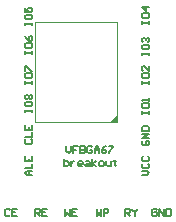
<source format=gto>
%FSLAX25Y25*%
%MOIN*%
G70*
G01*
G75*
%ADD19C,0.00197*%
%ADD20C,0.00591*%
G36*
X638555Y193842D02*
X636276D01*
X638555Y196122D01*
Y193842D01*
D02*
G37*
D19*
X610996D02*
X638555D01*
X610996Y227307D02*
X638555D01*
Y193842D02*
Y227307D01*
X610996Y193842D02*
Y227307D01*
X638555Y196122D02*
Y196575D01*
X636276Y193842D02*
X638555Y196122D01*
D20*
X621478Y185803D02*
Y184229D01*
X622265Y183442D01*
X623052Y184229D01*
Y185803D01*
X625413D02*
X623839D01*
Y184622D01*
X624626D01*
X623839D01*
Y183442D01*
X626201Y185803D02*
Y183442D01*
X627381D01*
X627775Y183835D01*
Y184229D01*
X627381Y184622D01*
X626201D01*
X627381D01*
X627775Y185016D01*
Y185409D01*
X627381Y185803D01*
X626201D01*
X630136Y185409D02*
X629743Y185803D01*
X628956D01*
X628562Y185409D01*
Y183835D01*
X628956Y183442D01*
X629743D01*
X630136Y183835D01*
Y184622D01*
X629349D01*
X630923Y183442D02*
Y185016D01*
X631711Y185803D01*
X632498Y185016D01*
Y183442D01*
Y184622D01*
X630923D01*
X634859Y185803D02*
X634072Y185409D01*
X633285Y184622D01*
Y183835D01*
X633678Y183442D01*
X634466D01*
X634859Y183835D01*
Y184229D01*
X634466Y184622D01*
X633285D01*
X635646Y185803D02*
X637221D01*
Y185409D01*
X635646Y183835D01*
Y183442D01*
X620690Y181552D02*
Y179191D01*
X621871D01*
X622265Y179584D01*
Y179978D01*
Y180371D01*
X621871Y180765D01*
X620690D01*
X623052D02*
Y179191D01*
Y179978D01*
X623446Y180371D01*
X623839Y180765D01*
X624233D01*
X626594Y179191D02*
X625807D01*
X625413Y179584D01*
Y180371D01*
X625807Y180765D01*
X626594D01*
X626988Y180371D01*
Y179978D01*
X625413D01*
X628168Y180765D02*
X628956D01*
X629349Y180371D01*
Y179191D01*
X628168D01*
X627775Y179584D01*
X628168Y179978D01*
X629349D01*
X630136Y179191D02*
Y181552D01*
Y179978D02*
X631317Y180765D01*
X630136Y179978D02*
X631317Y179191D01*
X632891D02*
X633678D01*
X634072Y179584D01*
Y180371D01*
X633678Y180765D01*
X632891D01*
X632498Y180371D01*
Y179584D01*
X632891Y179191D01*
X634859Y180765D02*
Y179584D01*
X635253Y179191D01*
X636434D01*
Y180765D01*
X637614Y181158D02*
Y180765D01*
X637221D01*
X638008D01*
X637614D01*
Y179584D01*
X638008Y179191D01*
X651674Y164568D02*
X651281Y164961D01*
X650494D01*
X650100Y164568D01*
Y162994D01*
X650494Y162600D01*
X651281D01*
X651674Y162994D01*
Y163781D01*
X650887D01*
X652461Y162600D02*
Y164961D01*
X654036Y162600D01*
Y164961D01*
X654823D02*
Y162600D01*
X656004D01*
X656397Y162994D01*
Y164568D01*
X656004Y164961D01*
X654823D01*
X602674Y164568D02*
X602281Y164961D01*
X601494D01*
X601100Y164568D01*
Y162994D01*
X601494Y162600D01*
X602281D01*
X602674Y162994D01*
X605036Y164961D02*
X603461D01*
Y162600D01*
X605036D01*
X603461Y163781D02*
X604249D01*
X611100Y162600D02*
Y164961D01*
X612281D01*
X612674Y164568D01*
Y163781D01*
X612281Y163387D01*
X611100D01*
X611887D02*
X612674Y162600D01*
X615036Y164961D02*
X613461D01*
Y162600D01*
X615036D01*
X613461Y163781D02*
X614249D01*
X621100Y164961D02*
Y162600D01*
X621887Y163387D01*
X622674Y162600D01*
Y164961D01*
X625036D02*
X623461D01*
Y162600D01*
X625036D01*
X623461Y163781D02*
X624249D01*
X631600Y164961D02*
Y162600D01*
X632387Y163387D01*
X633174Y162600D01*
Y164961D01*
X633961Y162600D02*
Y164961D01*
X635142D01*
X635536Y164568D01*
Y163781D01*
X635142Y163387D01*
X633961D01*
X641100Y162600D02*
Y164961D01*
X642281D01*
X642674Y164568D01*
Y163781D01*
X642281Y163387D01*
X641100D01*
X641887D02*
X642674Y162600D01*
X643461Y164961D02*
Y164568D01*
X644249Y163781D01*
X645036Y164568D01*
Y164961D01*
X644249Y163781D02*
Y162600D01*
X646739Y176100D02*
X648313D01*
X649100Y176887D01*
X648313Y177674D01*
X646739D01*
X647132Y180036D02*
X646739Y179642D01*
Y178855D01*
X647132Y178461D01*
X648706D01*
X649100Y178855D01*
Y179642D01*
X648706Y180036D01*
X647132Y182397D02*
X646739Y182004D01*
Y181217D01*
X647132Y180823D01*
X648706D01*
X649100Y181217D01*
Y182004D01*
X648706Y182397D01*
X647132Y187674D02*
X646739Y187281D01*
Y186494D01*
X647132Y186100D01*
X648706D01*
X649100Y186494D01*
Y187281D01*
X648706Y187674D01*
X647919D01*
Y186887D01*
X649100Y188461D02*
X646739D01*
X649100Y190036D01*
X646739D01*
Y190823D02*
X649100D01*
Y192004D01*
X648706Y192397D01*
X647132D01*
X646739Y192004D01*
Y190823D01*
Y196600D02*
Y197387D01*
Y196994D01*
X649100D01*
Y196600D01*
Y197387D01*
X646739Y199749D02*
Y198961D01*
X647132Y198568D01*
X648706D01*
X649100Y198961D01*
Y199749D01*
X648706Y200142D01*
X647132D01*
X646739Y199749D01*
X649100Y200929D02*
Y201716D01*
Y201323D01*
X646739D01*
X647132Y200929D01*
X646739Y206600D02*
Y207387D01*
Y206994D01*
X649100D01*
Y206600D01*
Y207387D01*
X646739Y209749D02*
Y208961D01*
X647132Y208568D01*
X648706D01*
X649100Y208961D01*
Y209749D01*
X648706Y210142D01*
X647132D01*
X646739Y209749D01*
X649100Y212504D02*
Y210929D01*
X647526Y212504D01*
X647132D01*
X646739Y212110D01*
Y211323D01*
X647132Y210929D01*
X646739Y216100D02*
Y216887D01*
Y216494D01*
X649100D01*
Y216100D01*
Y216887D01*
X646739Y219249D02*
Y218461D01*
X647132Y218068D01*
X648706D01*
X649100Y218461D01*
Y219249D01*
X648706Y219642D01*
X647132D01*
X646739Y219249D01*
X647132Y220429D02*
X646739Y220823D01*
Y221610D01*
X647132Y222004D01*
X647526D01*
X647919Y221610D01*
Y221216D01*
Y221610D01*
X648313Y222004D01*
X648706D01*
X649100Y221610D01*
Y220823D01*
X648706Y220429D01*
X646739Y226600D02*
Y227387D01*
Y226994D01*
X649100D01*
Y226600D01*
Y227387D01*
X646739Y229749D02*
Y228961D01*
X647132Y228568D01*
X648706D01*
X649100Y228961D01*
Y229749D01*
X648706Y230142D01*
X647132D01*
X646739Y229749D01*
X649100Y232110D02*
X646739D01*
X647919Y230929D01*
Y232504D01*
X610100Y176100D02*
X608526D01*
X607739Y176887D01*
X608526Y177674D01*
X610100D01*
X608919D01*
Y176100D01*
X607739Y178461D02*
X610100D01*
Y180036D01*
X607739Y182397D02*
Y180823D01*
X610100D01*
Y182397D01*
X608919Y180823D02*
Y181610D01*
X608132Y188174D02*
X607739Y187781D01*
Y186994D01*
X608132Y186600D01*
X609706D01*
X610100Y186994D01*
Y187781D01*
X609706Y188174D01*
X607739Y188961D02*
X610100D01*
Y190536D01*
X607739Y192897D02*
Y191323D01*
X610100D01*
Y192897D01*
X608919Y191323D02*
Y192110D01*
X607739Y197100D02*
Y197887D01*
Y197494D01*
X610100D01*
Y197100D01*
Y197887D01*
X607739Y200249D02*
Y199461D01*
X608132Y199068D01*
X609706D01*
X610100Y199461D01*
Y200249D01*
X609706Y200642D01*
X608132D01*
X607739Y200249D01*
X608132Y201429D02*
X607739Y201823D01*
Y202610D01*
X608132Y203004D01*
X608526D01*
X608919Y202610D01*
X609313Y203004D01*
X609706D01*
X610100Y202610D01*
Y201823D01*
X609706Y201429D01*
X609313D01*
X608919Y201823D01*
X608526Y201429D01*
X608132D01*
X608919Y201823D02*
Y202610D01*
X607739Y206600D02*
Y207387D01*
Y206994D01*
X610100D01*
Y206600D01*
Y207387D01*
X607739Y209749D02*
Y208961D01*
X608132Y208568D01*
X609706D01*
X610100Y208961D01*
Y209749D01*
X609706Y210142D01*
X608132D01*
X607739Y209749D01*
Y210929D02*
Y212504D01*
X608132D01*
X609706Y210929D01*
X610100D01*
X607739Y216600D02*
Y217387D01*
Y216994D01*
X610100D01*
Y216600D01*
Y217387D01*
X607739Y219749D02*
Y218961D01*
X608132Y218568D01*
X609706D01*
X610100Y218961D01*
Y219749D01*
X609706Y220142D01*
X608132D01*
X607739Y219749D01*
Y222504D02*
X608132Y221716D01*
X608919Y220929D01*
X609706D01*
X610100Y221323D01*
Y222110D01*
X609706Y222504D01*
X609313D01*
X608919Y222110D01*
Y220929D01*
X607739Y226100D02*
Y226887D01*
Y226494D01*
X610100D01*
Y226100D01*
Y226887D01*
X607739Y229249D02*
Y228461D01*
X608132Y228068D01*
X609706D01*
X610100Y228461D01*
Y229249D01*
X609706Y229642D01*
X608132D01*
X607739Y229249D01*
Y232004D02*
Y230429D01*
X608919D01*
X608526Y231216D01*
Y231610D01*
X608919Y232004D01*
X609706D01*
X610100Y231610D01*
Y230823D01*
X609706Y230429D01*
M02*

</source>
